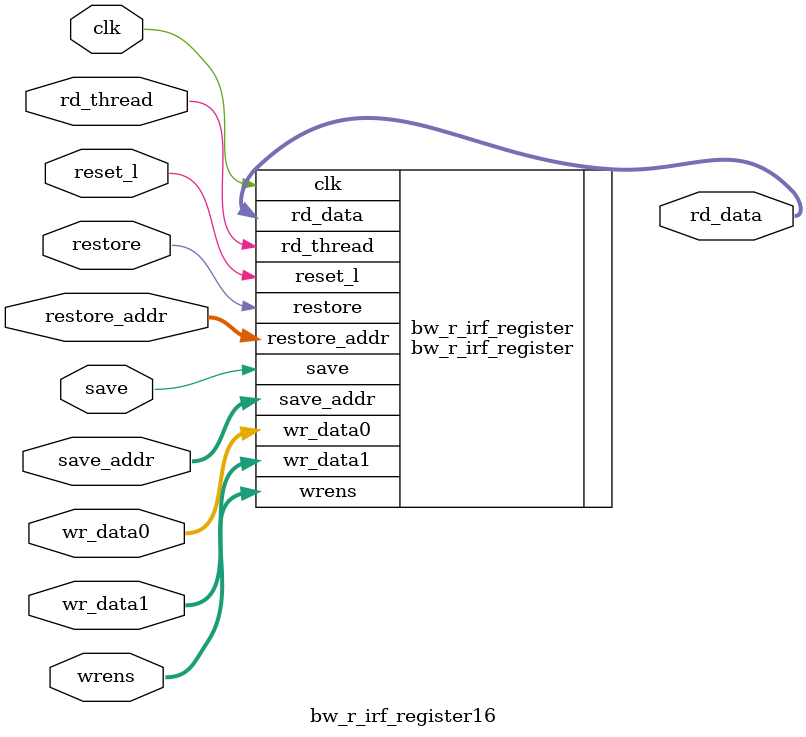
<source format=v>



module bw_r_irf_register16
(
    input               clk,
    input               reset_l,
    input   [1:0]       wrens,
    input               save,
    input   [3:0]       save_addr,
    input               restore,
    input   [3:0]       restore_addr,
    input   [71:0]      wr_data0,
    input   [71:0]      wr_data1,
    input               rd_thread,
    output  [71:0]      rd_data
);

    bw_r_irf_register bw_r_irf_register
    (
        .clk                (clk),
        .reset_l            (reset_l),
        .wrens              (wrens),
        .save               (save),
        .save_addr          (save_addr),
        .restore            (restore),
        .restore_addr       (restore_addr),
        .wr_data0           (wr_data0),
        .wr_data1           (wr_data1),
        .rd_thread          (rd_thread),
        .rd_data            (rd_data)
    );

endmodule

</source>
